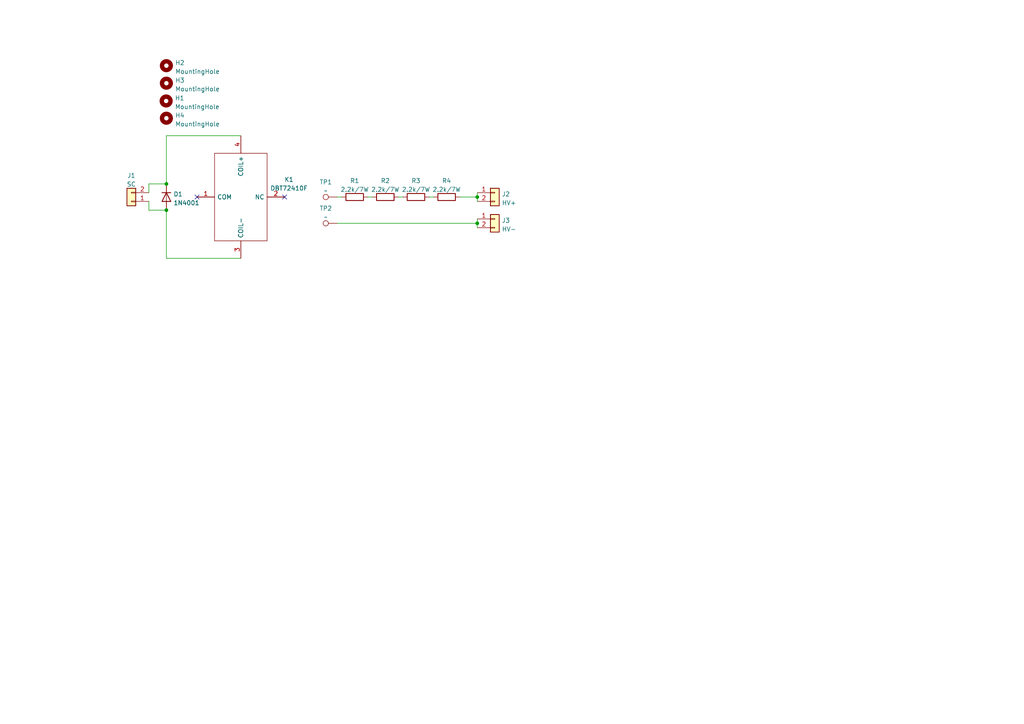
<source format=kicad_sch>
(kicad_sch (version 20211123) (generator eeschema)
  (paper "A4")
  (lib_symbols
    (symbol "Connector:TestPoint" (pin_numbers hide) (pin_names (offset 0.762) hide)
      (property "Reference" "TP" (at 0 6.858 0))
      (property "Value" "TestPoint" (at 0 5.08 0))
      (symbol "TestPoint_0_1"
        (circle (center 0 3.302) (radius 0.762))
      )
      (symbol "TestPoint_1_1"
        (pin passive line (at 0 0 90) (length 2.54) (name "1") (number "1"))
      )
    )
    (symbol "Connector_Generic:Conn_01x02" (pin_names (offset 1.016) hide)
      (property "Reference" "J" (at 0 2.54 0))
      (property "Value" "Conn_01x02" (at 0 -5.08 0))
      (symbol "Conn_01x02_1_1"
        (rectangle (start -1.27 -2.413) (end 0 -2.667) (stroke (width 0.1524)))
        (rectangle (start -1.27 0.127) (end 0 -0.127) (stroke (width 0.1524)))
        (rectangle (start -1.27 1.27) (end 1.27 -3.81) (stroke (width 0.254)) (fill (type background)))
        (pin passive line (at -5.08 0 0) (length 3.81) (name "Pin_1") (number "1"))
        (pin passive line (at -5.08 -2.54 0) (length 3.81) (name "Pin_2") (number "2"))
      )
    )
    (symbol "Device:R" (pin_numbers hide) (pin_names (offset 0))
      (property "Reference" "R" (at 2.032 0 90))
      (property "Value" "R" (at 0 0 90))
      (symbol "R_0_1"
        (rectangle (start -1.016 -2.54) (end 1.016 2.54) (stroke (width 0.254)))
      )
      (symbol "R_1_1"
        (pin passive line (at 0 3.81 270) (length 1.27) (name "~") (number "1"))
        (pin passive line (at 0 -3.81 90) (length 1.27) (name "~") (number "2"))
      )
    )
    (symbol "Diode:1N4001" (pin_numbers hide) (pin_names (offset 1.016) hide)
      (property "Reference" "D" (at 0 2.54 0))
      (property "Value" "1N4001" (at 0 -2.54 0))
      (symbol "1N4001_0_1"
        (polyline (pts (xy -1.27 1.27) (xy -1.27 -1.27)) (stroke (width 0.254)))
        (polyline (pts (xy 1.27 0) (xy -1.27 0)))
        (polyline (pts (xy 1.27 1.27) (xy 1.27 -1.27) (xy -1.27 0) (xy 1.27 1.27)) (stroke (width 0.254)))
      )
      (symbol "1N4001_1_1"
        (pin passive line (at -3.81 0 0) (length 2.54) (name "K") (number "1"))
        (pin passive line (at 3.81 0 180) (length 2.54) (name "A") (number "2"))
      )
    )
    (symbol "Mechanical:MountingHole" (pin_names (offset 1.016))
      (property "Reference" "H" (at 0 5.08 0))
      (property "Value" "MountingHole" (at 0 3.175 0))
      (symbol "MountingHole_0_1"
        (circle (center 0 0) (radius 1.27) (stroke (width 1.27)))
      )
    )
    (symbol "SamacSys_Parts:DBT72410" (pin_names (offset 0.762))
      (property "Reference" "K2" (at 25.4 5.08 0))
      (property "Value" "DBT72410" (at 25.4 2.54 0))
      (symbol "DBT72410_0_0"
        (pin passive line (at 0 0 0) (length 5.08) (name "COM") (number "1"))
        (pin passive line (at 25.4 0 180) (length 5.08) (name "NC") (number "2"))
        (pin passive line (at 12.7 -17.78 90) (length 5.08) (name "COIL-") (number "3"))
        (pin passive line (at 12.7 17.78 270) (length 5.08) (name "COIL+") (number "4"))
      )
      (symbol "DBT72410_0_1"
        (polyline (pts (xy 5.08 12.7) (xy 20.32 12.7) (xy 20.32 -12.7) (xy 5.08 -12.7) (xy 5.08 12.7)) (stroke (width 0.1524)))
      )
    )
  )
  (junction (at 138.43 57.15))
  (junction (at 48.26 60.96))
  (junction (at 138.43 64.77))
  (junction (at 48.26 53.34))
  (no_connect (at 82.55 57.15))
  (no_connect (at 57.15 57.15))
  (wire (pts (xy 43.18 55.88) (xy 43.18 53.34)))
  (wire (pts (xy 116.84 57.15) (xy 115.57 57.15)))
  (wire (pts (xy 97.79 64.77) (xy 138.43 64.77)))
  (wire (pts (xy 43.18 60.96) (xy 48.26 60.96)))
  (wire (pts (xy 138.43 64.77) (xy 138.43 63.5)))
  (wire (pts (xy 48.26 53.34) (xy 48.26 39.37)))
  (wire (pts (xy 138.43 64.77) (xy 138.43 66.04)))
  (wire (pts (xy 48.26 74.93) (xy 48.26 60.96)))
  (wire (pts (xy 48.26 39.37) (xy 69.85 39.37)))
  (wire (pts (xy 138.43 57.15) (xy 138.43 58.42)))
  (wire (pts (xy 43.18 53.34) (xy 48.26 53.34)))
  (wire (pts (xy 43.18 58.42) (xy 43.18 60.96)))
  (wire (pts (xy 107.95 57.15) (xy 106.68 57.15)))
  (wire (pts (xy 138.43 55.88) (xy 138.43 57.15)))
  (wire (pts (xy 97.79 57.15) (xy 99.06 57.15)))
  (wire (pts (xy 69.85 74.93) (xy 48.26 74.93)))
  (wire (pts (xy 133.35 57.15) (xy 138.43 57.15)))
  (wire (pts (xy 125.73 57.15) (xy 124.46 57.15)))
  (symbol (lib_id "Connector:TestPoint") (at 97.79 57.15 90) (unit 1)
    (property "Reference" "TP1" (at 94.488 52.8152 90))
    (property "Value" "~" (at 94.488 55.3521 90))
    (property "Footprint" "TestPoint:TestPoint_Loop_D2.50mm_Drill1.0mm" (effects hide))
  )
  (symbol (lib_id "Mechanical:MountingHole") (at 48.26 19.05 0) (unit 1)
    (property "Reference" "H2" (at 50.8 18.2153 0) (effects (justify left)))
    (property "Value" "MountingHole" (at 50.8 20.7522 0) (effects (justify left)))
    (property "Footprint" "MountingHole:MountingHole_4.3mm_M4" (effects hide))
  )
  (symbol (lib_id "Mechanical:MountingHole") (at 48.192 29.2868 0) (unit 1)
    (property "Reference" "H1" (at 50.732 28.4521 0) (effects (justify left)))
    (property "Value" "MountingHole" (at 50.732 30.989 0) (effects (justify left)))
    (property "Footprint" "MountingHole:MountingHole_4.3mm_M4" (effects hide))
  )
  (symbol (lib_id "SamacSys_Parts:DBT72410") (at 57.15 57.15 0) (unit 1)
    (property "Reference" "K1" (at 83.82 52.07 0))
    (property "Value" "DBT72410F" (at 83.82 54.61 0))
    (property "Footprint" "SamacSys_Parts:DBT72410" (effects hide))
    (property "Datasheet" "https://www.cynergy3.com/sites/default/files/cynergy3-d-pcb-v3.pdf" (effects hide))
    (property "Description" "SPST-NC Reed Relay, 2 A, 24V dc" (effects hide))
    (property "Height" "18.5" (effects hide))
    (property "Manufacturer_Name" "Cynergy3" (effects hide))
    (property "Manufacturer_Part_Number" "DBT72410" (effects hide))
  )
  (symbol (lib_id "Device:R") (at 111.76 57.15 90) (unit 1)
    (property "Reference" "R2" (at 111.76 52.4342 90))
    (property "Value" "2.2k/7W" (at 111.76 54.9711 90))
    (property "Footprint" "SamacSys_Parts:RESM24595X990N" (effects hide))
  )
  (symbol (lib_id "Connector_Generic:Conn_01x02") (at 38.1 58.42 180) (unit 1)
    (property "Reference" "J1" (at 38.1 50.9102 0))
    (property "Value" "SC" (at 38.1 53.4471 0))
    (property "Footprint" "Connector_JST:JST_PH_B2B-PH-K_1x02_P2.00mm_Vertical" (effects hide))
  )
  (symbol (lib_id "Device:R") (at 129.54 57.15 90) (unit 1)
    (property "Reference" "R4" (at 129.54 52.4342 90))
    (property "Value" "2.2k/7W" (at 129.54 54.9711 90))
    (property "Footprint" "SamacSys_Parts:RESM24595X990N" (effects hide))
  )
  (symbol (lib_id "Connector_Generic:Conn_01x02") (at 143.51 63.5 0) (unit 1)
    (property "Reference" "J3" (at 145.542 63.9353 0) (effects (justify left)))
    (property "Value" "HV-" (at 145.542 66.4722 0) (effects (justify left)))
    (property "Footprint" "SamacSys_Parts:DF33C2P33DSA24" (effects hide))
  )
  (symbol (lib_id "Device:R") (at 120.65 57.15 90) (unit 1)
    (property "Reference" "R3" (at 120.65 52.4342 90))
    (property "Value" "2.2k/7W" (at 120.65 54.9711 90))
    (property "Footprint" "SamacSys_Parts:RESM24595X990N" (effects hide))
  )
  (symbol (lib_id "Device:R") (at 102.87 57.15 90) (unit 1)
    (property "Reference" "R1" (at 102.87 52.4342 90))
    (property "Value" "2.2k/7W" (at 102.87 54.9711 90))
    (property "Footprint" "SamacSys_Parts:RESM24595X990N" (effects hide))
  )
  (symbol (lib_id "Diode:1N4001") (at 48.26 57.15 270) (unit 1)
    (property "Reference" "D1" (at 50.292 56.3153 90) (effects (justify left)))
    (property "Value" "1N4001" (at 50.292 58.8522 90) (effects (justify left)))
    (property "Footprint" "Diode_THT:D_DO-41_SOD81_P10.16mm_Horizontal" (effects hide))
    (property "Datasheet" "http://www.vishay.com/docs/88503/1n4001.pdf" (effects hide))
  )
  (symbol (lib_id "Connector:TestPoint") (at 97.79 64.77 90) (unit 1)
    (property "Reference" "TP2" (at 94.488 60.4352 90))
    (property "Value" "~" (at 94.488 62.9721 90))
    (property "Footprint" "TestPoint:TestPoint_Loop_D2.50mm_Drill1.0mm" (effects hide))
  )
  (symbol (lib_id "Mechanical:MountingHole") (at 48.26 24.13 0) (unit 1)
    (property "Reference" "H3" (at 50.8 23.2953 0) (effects (justify left)))
    (property "Value" "MountingHole" (at 50.8 25.8322 0) (effects (justify left)))
    (property "Footprint" "MountingHole:MountingHole_4.3mm_M4" (effects hide))
  )
  (symbol (lib_id "Mechanical:MountingHole") (at 48.26 34.29 0) (unit 1)
    (property "Reference" "H4" (at 50.8 33.4553 0) (effects (justify left)))
    (property "Value" "MountingHole" (at 50.8 35.9922 0) (effects (justify left)))
    (property "Footprint" "MountingHole:MountingHole_4.3mm_M4" (effects hide))
  )
  (symbol (lib_id "Connector_Generic:Conn_01x02") (at 143.51 55.88 0) (unit 1)
    (property "Reference" "J2" (at 145.542 56.3153 0) (effects (justify left)))
    (property "Value" "HV+" (at 145.542 58.8522 0) (effects (justify left)))
    (property "Footprint" "SamacSys_Parts:DF33C2P33DSA24" (effects hide))
  )
)
</source>
